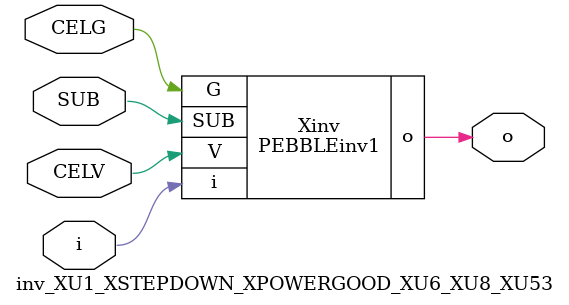
<source format=v>



module PEBBLEinv1 ( o, G, SUB, V, i );

  input V;
  input i;
  input G;
  output o;
  input SUB;
endmodule

//Celera Confidential Do Not Copy inv_XU1_XSTEPDOWN_XPOWERGOOD_XU6_XU8_XU53
//Celera Confidential Symbol Generator
//5V Inverter
module inv_XU1_XSTEPDOWN_XPOWERGOOD_XU6_XU8_XU53 (CELV,CELG,i,o,SUB);
input CELV;
input CELG;
input i;
input SUB;
output o;

//Celera Confidential Do Not Copy inv
PEBBLEinv1 Xinv(
.V (CELV),
.i (i),
.o (o),
.SUB (SUB),
.G (CELG)
);
//,diesize,PEBBLEinv1

//Celera Confidential Do Not Copy Module End
//Celera Schematic Generator
endmodule

</source>
